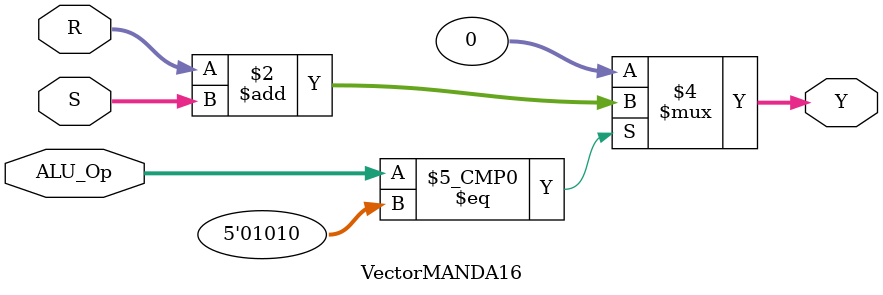
<source format=v>
`timescale 1ns / 1ps
module VectorMANDA16(R, S, ALU_Op, Y);


input [31:0] R, S;
input [4:0] ALU_Op;
output [31:0] Y;
reg [31:0] Y;

reg [15:0] Product_Register;
reg [7:0] Multiplicand;

always @(R or S or ALU_Op)
begin
//	$display(" ");
//$display("We entered VECTOR M AND D 16!!!");
//$display(" ");
	case (ALU_Op)
	5'b01010:	
		Y = R + S;                        // Addition	
	default:
	Y = 0;
	endcase
	//$display("R = %h", R);
	//$display("S = %h", S);
	//$display("Y = %h", Y);
	
end
 


endmodule

</source>
